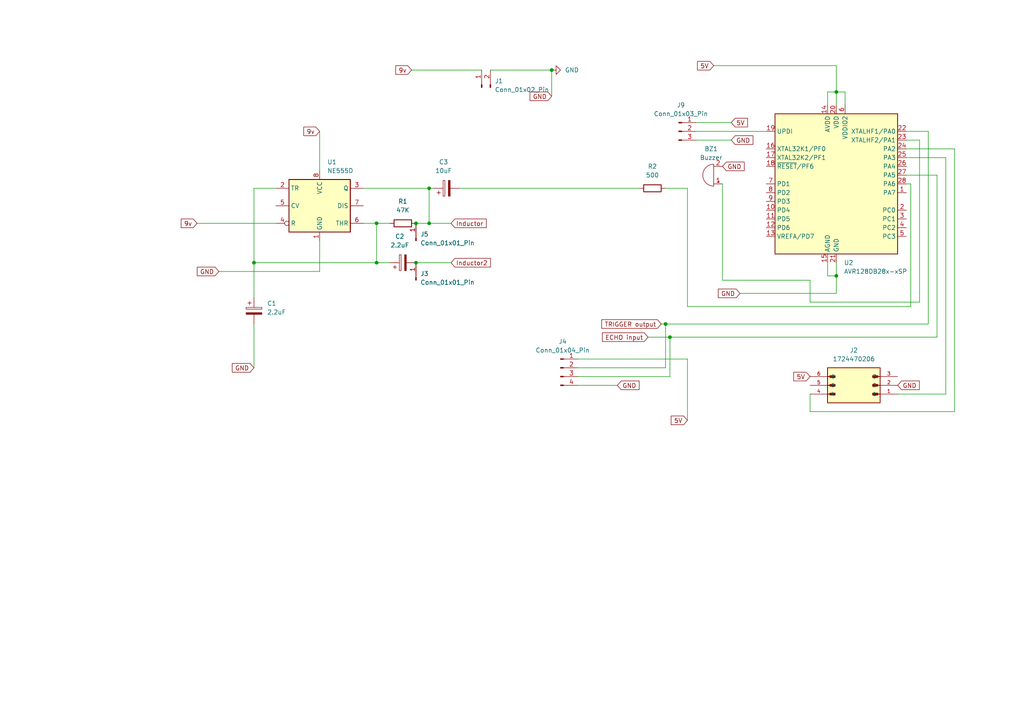
<source format=kicad_sch>
(kicad_sch (version 20231120) (generator "eeschema") (generator_version "8.0")
  (paper "A4")
  (lib_symbols
    (symbol "Connector:Conn_01x01_Pin" (pin_names (offset 1.016) hide)
      (property "Reference" "J" (at 0 2.54 0))
      (property "Value" "Conn_01x01_Pin" (at 0 -2.54 0))
      (symbol "Conn_01x01_Pin_1_1"
        (polyline (pts (xy 1.27 0) (xy 0.8636 0)) (stroke (width 0.1524)))
        (rectangle (start 0.8636 0.127) (end 0 -0.127) (stroke (width 0.1524)) (fill (type outline)))
        (pin passive line (at 5.08 0 180) (length 3.81) (name "Pin_1") (number "1"))
      )
    )
    (symbol "Connector:Conn_01x02_Pin" (pin_names (offset 1.016) hide)
      (property "Reference" "J" (at 0 2.54 0))
      (property "Value" "Conn_01x02_Pin" (at 0 -5.08 0))
      (symbol "Conn_01x02_Pin_1_1"
        (polyline (pts (xy 1.27 -2.54) (xy 0.8636 -2.54)) (stroke (width 0.1524)))
        (polyline (pts (xy 1.27 0) (xy 0.8636 0)) (stroke (width 0.1524)))
        (rectangle (start 0.8636 -2.413) (end 0 -2.667) (stroke (width 0.1524)) (fill (type outline)))
        (rectangle (start 0.8636 0.127) (end 0 -0.127) (stroke (width 0.1524)) (fill (type outline)))
        (pin passive line (at 5.08 0 180) (length 3.81) (name "Pin_1") (number "1"))
        (pin passive line (at 5.08 -2.54 180) (length 3.81) (name "Pin_2") (number "2"))
      )
    )
    (symbol "Connector:Conn_01x03_Pin" (pin_names (offset 1.016) hide)
      (property "Reference" "J" (at 0 5.08 0))
      (property "Value" "Conn_01x03_Pin" (at 0 -5.08 0))
      (symbol "Conn_01x03_Pin_1_1"
        (polyline (pts (xy 1.27 -2.54) (xy 0.8636 -2.54)) (stroke (width 0.1524)))
        (polyline (pts (xy 1.27 0) (xy 0.8636 0)) (stroke (width 0.1524)))
        (polyline (pts (xy 1.27 2.54) (xy 0.8636 2.54)) (stroke (width 0.1524)))
        (rectangle (start 0.8636 -2.413) (end 0 -2.667) (stroke (width 0.1524)) (fill (type outline)))
        (rectangle (start 0.8636 0.127) (end 0 -0.127) (stroke (width 0.1524)) (fill (type outline)))
        (rectangle (start 0.8636 2.667) (end 0 2.413) (stroke (width 0.1524)) (fill (type outline)))
        (pin passive line (at 5.08 2.54 180) (length 3.81) (name "Pin_1") (number "1"))
        (pin passive line (at 5.08 0 180) (length 3.81) (name "Pin_2") (number "2"))
        (pin passive line (at 5.08 -2.54 180) (length 3.81) (name "Pin_3") (number "3"))
      )
    )
    (symbol "Connector:Conn_01x04_Pin" (pin_names (offset 1.016) hide)
      (property "Reference" "J" (at 0 5.08 0))
      (property "Value" "Conn_01x04_Pin" (at 0 -7.62 0))
      (symbol "Conn_01x04_Pin_1_1"
        (polyline (pts (xy 1.27 -5.08) (xy 0.8636 -5.08)) (stroke (width 0.1524)))
        (polyline (pts (xy 1.27 -2.54) (xy 0.8636 -2.54)) (stroke (width 0.1524)))
        (polyline (pts (xy 1.27 0) (xy 0.8636 0)) (stroke (width 0.1524)))
        (polyline (pts (xy 1.27 2.54) (xy 0.8636 2.54)) (stroke (width 0.1524)))
        (rectangle (start 0.8636 -4.953) (end 0 -5.207) (stroke (width 0.1524)) (fill (type outline)))
        (rectangle (start 0.8636 -2.413) (end 0 -2.667) (stroke (width 0.1524)) (fill (type outline)))
        (rectangle (start 0.8636 0.127) (end 0 -0.127) (stroke (width 0.1524)) (fill (type outline)))
        (rectangle (start 0.8636 2.667) (end 0 2.413) (stroke (width 0.1524)) (fill (type outline)))
        (pin passive line (at 5.08 2.54 180) (length 3.81) (name "Pin_1") (number "1"))
        (pin passive line (at 5.08 0 180) (length 3.81) (name "Pin_2") (number "2"))
        (pin passive line (at 5.08 -2.54 180) (length 3.81) (name "Pin_3") (number "3"))
        (pin passive line (at 5.08 -5.08 180) (length 3.81) (name "Pin_4") (number "4"))
      )
    )
    (symbol "Device:Buzzer" (pin_names (offset 0.0254) hide)
      (property "Reference" "BZ" (at 3.81 1.27 0))
      (property "Value" "Buzzer" (at 3.81 -1.27 0))
      (symbol "Buzzer_0_1"
        (arc (start 0 -3.175) (mid 3.1612 0) (end 0 3.175))
        (polyline (pts (xy -1.651 1.905) (xy -1.143 1.905)))
        (polyline (pts (xy -1.397 2.159) (xy -1.397 1.651)))
        (polyline (pts (xy 0 3.175) (xy 0 -3.175)))
      )
      (symbol "Buzzer_1_1"
        (pin passive line (at -2.54 2.54 0) (length 2.54) (name "+") (number "1"))
        (pin passive line (at -2.54 -2.54 0) (length 2.54) (name "-") (number "2"))
      )
    )
    (symbol "Device:C_Polarized" (pin_numbers hide) (pin_names (offset 0.254))
      (property "Reference" "C" (at 0.635 2.54 0))
      (property "Value" "C_Polarized" (at 0.635 -2.54 0))
      (symbol "C_Polarized_0_1"
        (rectangle (start -2.286 0.508) (end 2.286 1.016))
        (polyline (pts (xy -1.778 2.286) (xy -0.762 2.286)))
        (polyline (pts (xy -1.27 2.794) (xy -1.27 1.778)))
        (rectangle (start 2.286 -0.508) (end -2.286 -1.016) (fill (type outline)))
      )
      (symbol "C_Polarized_1_1"
        (pin passive line (at 0 3.81 270) (length 2.794) (name "~") (number "1"))
        (pin passive line (at 0 -3.81 90) (length 2.794) (name "~") (number "2"))
      )
    )
    (symbol "Device:R" (pin_numbers hide) (pin_names (offset 0))
      (property "Reference" "R" (at 2.032 0 90))
      (property "Value" "R" (at 0 0 90))
      (symbol "R_0_1"
        (rectangle (start -1.016 -2.54) (end 1.016 2.54) (stroke (width 0.254)))
      )
      (symbol "R_1_1"
        (pin passive line (at 0 3.81 270) (length 1.27) (name "~") (number "1"))
        (pin passive line (at 0 -3.81 90) (length 1.27) (name "~") (number "2"))
      )
    )
    (symbol "MCU_Microchip_AVR_Dx:AVR128DB28x-xSP"
      (property "Reference" "U" (at -17.78 21.59 0))
      (property "Value" "AVR128DB28x-xSP" (at 2.54 -21.59 0))
      (symbol "AVR128DB28x-xSP_0_1"
        (rectangle (start -17.78 20.32) (end 17.78 -20.32) (stroke (width 0.254)) (fill (type background)))
      )
      (symbol "AVR128DB28x-xSP_1_1"
        (pin bidirectional line (at 20.32 -2.54 180) (length 2.54) (name "PA7") (number "1"))
        (pin bidirectional line (at -20.32 -7.62 0) (length 2.54) (name "PD4") (number "10"))
        (pin bidirectional line (at -20.32 -10.16 0) (length 2.54) (name "PD5") (number "11"))
        (pin bidirectional line (at -20.32 -12.7 0) (length 2.54) (name "PD6") (number "12"))
        (pin bidirectional line (at -20.32 -15.24 0) (length 2.54) (name "VREFA/PD7") (number "13"))
        (pin power_in line (at -2.54 22.86 270) (length 2.54) (name "AVDD") (number "14"))
        (pin power_in line (at -2.54 -22.86 90) (length 2.54) (name "AGND") (number "15"))
        (pin bidirectional line (at -20.32 10.16 0) (length 2.54) (name "XTAL32K1/PF0") (number "16"))
        (pin bidirectional line (at -20.32 7.62 0) (length 2.54) (name "XTAL32K2/PF1") (number "17"))
        (pin bidirectional line (at -20.32 5.08 0) (length 2.54) (name "~{RESET}/PF6") (number "18"))
        (pin input line (at -20.32 15.24 0) (length 2.54) (name "UPDI") (number "19"))
        (pin bidirectional line (at 20.32 -7.62 180) (length 2.54) (name "PC0") (number "2"))
        (pin power_in line (at 0 22.86 270) (length 2.54) (name "VDD") (number "20"))
        (pin power_in line (at 0 -22.86 90) (length 2.54) (name "GND") (number "21"))
        (pin bidirectional line (at 20.32 15.24 180) (length 2.54) (name "XTALHF1/PA0") (number "22"))
        (pin bidirectional line (at 20.32 12.7 180) (length 2.54) (name "XTALHF2/PA1") (number "23"))
        (pin bidirectional line (at 20.32 10.16 180) (length 2.54) (name "PA2") (number "24"))
        (pin bidirectional line (at 20.32 7.62 180) (length 2.54) (name "PA3") (number "25"))
        (pin bidirectional line (at 20.32 5.08 180) (length 2.54) (name "PA4") (number "26"))
        (pin bidirectional line (at 20.32 2.54 180) (length 2.54) (name "PA5") (number "27"))
        (pin bidirectional line (at 20.32 0 180) (length 2.54) (name "PA6") (number "28"))
        (pin bidirectional line (at 20.32 -10.16 180) (length 2.54) (name "PC1") (number "3"))
        (pin bidirectional line (at 20.32 -12.7 180) (length 2.54) (name "PC2") (number "4"))
        (pin bidirectional line (at 20.32 -15.24 180) (length 2.54) (name "PC3") (number "5"))
        (pin power_in line (at 2.54 22.86 270) (length 2.54) (name "VDDIO2") (number "6"))
        (pin bidirectional line (at -20.32 0 0) (length 2.54) (name "PD1") (number "7"))
        (pin bidirectional line (at -20.32 -2.54 0) (length 2.54) (name "PD2") (number "8"))
        (pin bidirectional line (at -20.32 -5.08 0) (length 2.54) (name "PD3") (number "9"))
      )
    )
    (symbol "Molex:1724470206" (pin_names (offset 1.016))
      (property "Reference" "J" (at -7.62 6.35 0))
      (property "Value" "1724470206" (at -7.62 -7.62 0))
      (symbol "1724470206_0_0"
        (rectangle (start -7.62 -5.08) (end 7.62 5.08) (stroke (width 0.254)) (fill (type background)))
        (rectangle (start -6.985 -2.8575) (end -5.3975 -2.2225) (stroke (width 0.1)) (fill (type outline)))
        (rectangle (start -6.985 -0.3175) (end -5.3975 0.3175) (stroke (width 0.1)) (fill (type outline)))
        (rectangle (start -6.985 2.2225) (end -5.3975 2.8575) (stroke (width 0.1)) (fill (type outline)))
        (polyline (pts (xy -7.62 -2.54) (xy -5.715 -2.54)) (stroke (width 0.254)))
        (polyline (pts (xy -7.62 0) (xy -5.715 0)) (stroke (width 0.254)))
        (polyline (pts (xy -7.62 2.54) (xy -5.715 2.54)) (stroke (width 0.254)))
        (polyline (pts (xy 7.62 -2.54) (xy 5.715 -2.54)) (stroke (width 0.254)))
        (polyline (pts (xy 7.62 0) (xy 5.715 0)) (stroke (width 0.254)))
        (polyline (pts (xy 7.62 2.54) (xy 5.715 2.54)) (stroke (width 0.254)))
        (rectangle (start 5.3975 -2.8575) (end 6.985 -2.2225) (stroke (width 0.1)) (fill (type outline)))
        (rectangle (start 5.3975 -0.3175) (end 6.985 0.3175) (stroke (width 0.1)) (fill (type outline)))
        (rectangle (start 5.3975 2.2225) (end 6.985 2.8575) (stroke (width 0.1)) (fill (type outline)))
        (pin passive line (at -12.7 2.54 0) (length 5.08) (name "1") (number "1"))
        (pin passive line (at -12.7 0 0) (length 5.08) (name "2") (number "2"))
        (pin passive line (at -12.7 -2.54 0) (length 5.08) (name "3") (number "3"))
        (pin passive line (at 12.7 2.54 180) (length 5.08) (name "4") (number "4"))
        (pin passive line (at 12.7 0 180) (length 5.08) (name "5") (number "5"))
        (pin passive line (at 12.7 -2.54 180) (length 5.08) (name "6") (number "6"))
      )
    )
    (symbol "Timer:NE555D"
      (property "Reference" "U" (at -10.16 8.89 0))
      (property "Value" "NE555D" (at 2.54 8.89 0))
      (symbol "NE555D_0_0"
        (pin power_in line (at 0 -10.16 90) (length 2.54) (name "GND") (number "1"))
        (pin power_in line (at 0 10.16 270) (length 2.54) (name "VCC") (number "8"))
      )
      (symbol "NE555D_0_1"
        (rectangle (start -8.89 -7.62) (end 8.89 7.62) (stroke (width 0.254)) (fill (type background)))
        (rectangle (start -8.89 -7.62) (end 8.89 7.62) (stroke (width 0.254)) (fill (type background)))
      )
      (symbol "NE555D_1_1"
        (pin input line (at -12.7 5.08 0) (length 3.81) (name "TR") (number "2"))
        (pin output line (at 12.7 5.08 180) (length 3.81) (name "Q") (number "3"))
        (pin input inverted (at -12.7 -5.08 0) (length 3.81) (name "R") (number "4"))
        (pin input line (at -12.7 0 0) (length 3.81) (name "CV") (number "5"))
        (pin input line (at 12.7 -5.08 180) (length 3.81) (name "THR") (number "6"))
        (pin input line (at 12.7 0 180) (length 3.81) (name "DIS") (number "7"))
      )
    )
    (symbol "power:GND" (power) (pin_numbers hide) (pin_names (offset 0) hide)
      (property "Value" "GND" (at 0 -3.81 0))
      (symbol "GND_0_1"
        (polyline (pts (xy 0 0) (xy 0 -1.27) (xy 1.27 -1.27) (xy 0 -2.54) (xy -1.27 -1.27) (xy 0 -1.27)))
      )
      (symbol "GND_1_1"
        (pin power_in line (at 0 0 270) (length 0) (name "~") (number "1"))
      )
    )
  )
  (junction (at 109.22 76.2))
  (junction (at 73.66 76.2))
  (junction (at 242.57 80.01))
  (junction (at 109.22 64.77))
  (junction (at 124.46 54.61))
  (junction (at 120.65 64.77))
  (junction (at 194.31 97.79))
  (junction (at 124.46 64.77))
  (junction (at 193.04 93.98))
  (junction (at 160.02 20.32))
  (junction (at 242.57 26.67))
  (junction (at 120.65 76.2))
  (wire (pts (xy 234.95 81.28) (xy 234.95 87.63)))
  (wire (pts (xy 73.66 76.2) (xy 109.22 76.2)))
  (wire (pts (xy 105.41 54.61) (xy 124.46 54.61)))
  (wire (pts (xy 222.25 38.1) (xy 201.93 38.1)))
  (wire (pts (xy 262.89 45.72) (xy 274.32 45.72)))
  (wire (pts (xy 193.04 54.61) (xy 199.39 54.61)))
  (wire (pts (xy 207.01 19.05) (xy 242.57 19.05)))
  (wire (pts (xy 124.46 54.61) (xy 125.73 54.61)))
  (wire (pts (xy 242.57 30.48) (xy 242.57 26.67)))
  (wire (pts (xy 199.39 104.14) (xy 199.39 121.92)))
  (wire (pts (xy 242.57 76.2) (xy 242.57 80.01)))
  (wire (pts (xy 113.03 76.2) (xy 109.22 76.2)))
  (wire (pts (xy 124.46 64.77) (xy 130.81 64.77)))
  (wire (pts (xy 92.71 69.85) (xy 92.71 78.74)))
  (wire (pts (xy 92.71 49.53) (xy 92.71 38.1)))
  (wire (pts (xy 193.04 106.68) (xy 193.04 93.98)))
  (wire (pts (xy 194.31 97.79) (xy 271.78 97.79)))
  (wire (pts (xy 264.16 53.34) (xy 262.89 53.34)))
  (wire (pts (xy 73.66 54.61) (xy 73.66 76.2)))
  (wire (pts (xy 262.89 43.18) (xy 276.86 43.18)))
  (wire (pts (xy 274.32 114.3) (xy 260.35 114.3)))
  (wire (pts (xy 199.39 88.9) (xy 264.16 88.9)))
  (wire (pts (xy 187.96 97.79) (xy 194.31 97.79)))
  (wire (pts (xy 201.93 35.56) (xy 212.09 35.56)))
  (wire (pts (xy 160.02 20.32) (xy 160.02 27.94)))
  (wire (pts (xy 167.64 106.68) (xy 193.04 106.68)))
  (wire (pts (xy 120.65 76.2) (xy 130.81 76.2)))
  (wire (pts (xy 209.55 81.28) (xy 234.95 81.28)))
  (wire (pts (xy 119.38 20.32) (xy 139.7 20.32)))
  (wire (pts (xy 57.15 64.77) (xy 80.01 64.77)))
  (wire (pts (xy 245.11 26.67) (xy 242.57 26.67)))
  (wire (pts (xy 73.66 93.98) (xy 73.66 106.68)))
  (wire (pts (xy 109.22 76.2) (xy 109.22 64.77)))
  (wire (pts (xy 142.24 20.32) (xy 160.02 20.32)))
  (wire (pts (xy 133.35 54.61) (xy 185.42 54.61)))
  (wire (pts (xy 240.03 26.67) (xy 242.57 26.67)))
  (wire (pts (xy 240.03 80.01) (xy 242.57 80.01)))
  (wire (pts (xy 191.77 93.98) (xy 193.04 93.98)))
  (wire (pts (xy 167.64 109.22) (xy 194.31 109.22)))
  (wire (pts (xy 242.57 26.67) (xy 242.57 19.05)))
  (wire (pts (xy 63.5 78.74) (xy 92.71 78.74)))
  (wire (pts (xy 193.04 93.98) (xy 269.24 93.98)))
  (wire (pts (xy 80.01 54.61) (xy 73.66 54.61)))
  (wire (pts (xy 201.93 40.64) (xy 212.09 40.64)))
  (wire (pts (xy 266.7 40.64) (xy 262.89 40.64)))
  (wire (pts (xy 271.78 50.8) (xy 271.78 97.79)))
  (wire (pts (xy 266.7 87.63) (xy 266.7 40.64)))
  (wire (pts (xy 214.63 85.09) (xy 242.57 85.09)))
  (wire (pts (xy 109.22 64.77) (xy 113.03 64.77)))
  (wire (pts (xy 234.95 119.38) (xy 234.95 114.3)))
  (wire (pts (xy 276.86 43.18) (xy 276.86 119.38)))
  (wire (pts (xy 240.03 30.48) (xy 240.03 26.67)))
  (wire (pts (xy 264.16 53.34) (xy 264.16 88.9)))
  (wire (pts (xy 269.24 38.1) (xy 269.24 93.98)))
  (wire (pts (xy 73.66 76.2) (xy 73.66 86.36)))
  (wire (pts (xy 105.41 64.77) (xy 109.22 64.77)))
  (wire (pts (xy 245.11 30.48) (xy 245.11 26.67)))
  (wire (pts (xy 240.03 76.2) (xy 240.03 80.01)))
  (wire (pts (xy 167.64 111.76) (xy 179.07 111.76)))
  (wire (pts (xy 262.89 50.8) (xy 271.78 50.8)))
  (wire (pts (xy 269.24 38.1) (xy 262.89 38.1)))
  (wire (pts (xy 199.39 54.61) (xy 199.39 88.9)))
  (wire (pts (xy 276.86 119.38) (xy 234.95 119.38)))
  (wire (pts (xy 234.95 87.63) (xy 266.7 87.63)))
  (wire (pts (xy 167.64 104.14) (xy 199.39 104.14)))
  (wire (pts (xy 209.55 53.34) (xy 209.55 81.28)))
  (wire (pts (xy 120.65 64.77) (xy 124.46 64.77)))
  (wire (pts (xy 194.31 109.22) (xy 194.31 97.79)))
  (wire (pts (xy 124.46 64.77) (xy 124.46 54.61)))
  (wire (pts (xy 242.57 80.01) (xy 242.57 85.09)))
  (wire (pts (xy 274.32 45.72) (xy 274.32 114.3)))
  (global_label "GND" (shape input) (at 179.07 111.76 0) (property "Intersheetrefs" "${INTERSHEET_REFS}" (effects (hide yes))))
  (global_label "9v" (shape input) (at 92.71 38.1 180) (property "Intersheetrefs" "${INTERSHEET_REFS}" (effects (hide yes))))
  (global_label "5V" (shape input) (at 199.39 121.92 180) (property "Intersheetrefs" "${INTERSHEET_REFS}" (effects (hide yes))))
  (global_label "Inductor2" (shape input) (at 130.81 76.2 0) (property "Intersheetrefs" "${INTERSHEET_REFS}" (effects (hide yes))))
  (global_label "TRIGGER output" (shape input) (at 191.77 93.98 180) (property "Intersheetrefs" "${INTERSHEET_REFS}" (effects (hide yes))))
  (global_label "Inductor" (shape input) (at 130.81 64.77 0) (property "Intersheetrefs" "${INTERSHEET_REFS}" (effects (hide yes))))
  (global_label "GND" (shape input) (at 63.5 78.74 180) (property "Intersheetrefs" "${INTERSHEET_REFS}" (effects (hide yes))))
  (global_label "GND" (shape input) (at 214.63 85.09 180) (property "Intersheetrefs" "${INTERSHEET_REFS}" (effects (hide yes))))
  (global_label "GND" (shape input) (at 73.66 106.68 180) (property "Intersheetrefs" "${INTERSHEET_REFS}" (effects (hide yes))))
  (global_label "GND" (shape input) (at 212.09 40.64 0) (property "Intersheetrefs" "${INTERSHEET_REFS}" (effects (hide yes))))
  (global_label "ECHO input" (shape input) (at 187.96 97.79 180) (property "Intersheetrefs" "${INTERSHEET_REFS}" (effects (hide yes))))
  (global_label "GND" (shape input) (at 260.35 111.76 0) (property "Intersheetrefs" "${INTERSHEET_REFS}" (effects (hide yes))))
  (global_label "GND" (shape input) (at 160.02 27.94 180) (property "Intersheetrefs" "${INTERSHEET_REFS}" (effects (hide yes))))
  (global_label "9v" (shape input) (at 57.15 64.77 180) (property "Intersheetrefs" "${INTERSHEET_REFS}" (effects (hide yes))))
  (global_label "GND" (shape input) (at 209.55 48.26 0) (property "Intersheetrefs" "${INTERSHEET_REFS}" (effects (hide yes))))
  (global_label "9v" (shape input) (at 119.38 20.32 180) (property "Intersheetrefs" "${INTERSHEET_REFS}" (effects (hide yes))))
  (global_label "5V" (shape input) (at 234.95 109.22 180) (property "Intersheetrefs" "${INTERSHEET_REFS}" (effects (hide yes))))
  (global_label "5V" (shape input) (at 212.09 35.56 0) (property "Intersheetrefs" "${INTERSHEET_REFS}" (effects (hide yes))))
  (global_label "5V" (shape input) (at 207.01 19.05 180) (property "Intersheetrefs" "${INTERSHEET_REFS}" (effects (hide yes))))
  (symbol (lib_id "Device:R") (at 116.84 64.77 90) (unit 1)
    (property "Reference" "R1" (at 116.84 58.42 90))
    (property "Value" "47K" (at 116.84 60.96 90))
    (property "Footprint" "Resistor_THT:R_Axial_DIN0309_L9.0mm_D3.2mm_P12.70mm_Horizontal" (effects (hide yes)))
    (property "Description" "Resistor" (effects (hide yes)))
  )
  (symbol (lib_id "Connector:Conn_01x01_Pin") (at 120.65 81.28 90) (unit 1)
    (property "Reference" "J3" (at 121.92 79.3749 90) (effects (justify right)))
    (property "Value" "Conn_01x01_Pin" (at 121.92 81.9149 90) (effects (justify right)))
    (property "Footprint" "Connector_PinSocket_2.54mm:PinSocket_1x01_P2.54mm_Vertical" (effects (hide yes)))
    (property "Description" "Generic connector, single row, 01x01, script generated" (effects (hide yes)))
  )
  (symbol (lib_id "power:GND") (at 160.02 20.32 90) (unit 1)
    (property "Reference" "#PWR01" (effects (hide yes)))
    (property "Value" "GND" (at 163.83 20.3199 90) (effects (justify right)))
    (property "Description" "Power symbol creates a global label with name \"GND\" , ground" (effects (hide yes)))
  )
  (symbol (lib_id "Timer:NE555D") (at 92.71 59.69 0) (unit 1)
    (property "Reference" "U1" (at 94.9041 46.99 0) (effects (justify left)))
    (property "Value" "NE555D" (at 94.9041 49.53 0) (effects (justify left)))
    (property "Footprint" "555:P8" (effects (hide yes)))
    (property "Datasheet" "http://www.ti.com/lit/ds/symlink/ne555.pdf" (effects (hide yes)))
    (property "Description" "Precision Timers, 555 compatible, SOIC-8" (effects (hide yes)))
  )
  (symbol (lib_id "Device:Buzzer") (at 207.01 50.8 180) (unit 1)
    (property "Reference" "BZ1" (at 206.2549 43.18 0))
    (property "Value" "Buzzer" (at 206.2549 45.72 0))
    (property "Footprint" "Buzzer_Beeper:Buzzer_TDK_PS1240P02BT_D12.2mm_H6.5mm" (effects (hide yes)))
    (property "Description" "Buzzer, polarized" (effects (hide yes)))
  )
  (symbol (lib_id "Connector:Conn_01x04_Pin") (at 162.56 106.68 0) (unit 1)
    (property "Reference" "J4" (at 163.195 99.06 0))
    (property "Value" "Conn_01x04_Pin" (at 163.195 101.6 0))
    (property "Footprint" "Connector_PinHeader_2.54mm:PinHeader_1x04_P2.54mm_Vertical" (effects (hide yes)))
    (property "Description" "Generic connector, single row, 01x04, script generated" (effects (hide yes)))
  )
  (symbol (lib_id "Molex:1724470206") (at 247.65 111.76 180) (unit 1)
    (property "Reference" "J2" (at 247.65 101.6 0))
    (property "Value" "1724470206" (at 247.65 104.14 0))
    (property "Footprint" "Molex:MOLEX_1724470206" (effects (hide yes)))
    (property "MF" "Molex" (effects (hide yes)))
    (property "MAXIMUM_PACKAGE_HEIGHT" "12.80mm" (effects (hide yes)))
    (property "Package" "None" (effects (hide yes)))
    (property "Price" "None" (effects (hide yes)))
    (property "Check_prices" "https://www.snapeda.com/parts/1724470206/Molex/view-part/?ref=eda" (effects (hide yes)))
    (property "STANDARD" "Manufacturer Recommendations" (effects (hide yes)))
    (property "PARTREV" "A6" (effects (hide yes)))
    (property "SnapEDA_Link" "https://www.snapeda.com/parts/1724470206/Molex/view-part/?ref=snap" (effects (hide yes)))
    (property "MP" "1724470206" (effects (hide yes)))
    (property "Description_1" "\n                        \n                            Conn Wire to Board HDR 6 POS 4.2mm Solder ST Thru-Hole Mini-Fit Jr™ Tray\n                        \n" (effects (hide yes)))
    (property "Availability" "In Stock" (effects (hide yes)))
    (property "MANUFACTURER" "Molex" (effects (hide yes)))
  )
  (symbol (lib_id "Device:R") (at 189.23 54.61 90) (unit 1)
    (property "Reference" "R2" (at 189.23 48.26 90))
    (property "Value" "500" (at 189.23 50.8 90))
    (property "Footprint" "Resistor_THT:R_Axial_DIN0309_L9.0mm_D3.2mm_P12.70mm_Horizontal" (effects (hide yes)))
    (property "Description" "Resistor" (effects (hide yes)))
  )
  (symbol (lib_id "Connector:Conn_01x03_Pin") (at 196.85 38.1 0) (unit 1)
    (property "Reference" "J9" (at 197.485 30.48 0))
    (property "Value" "Conn_01x03_Pin" (at 197.485 33.02 0))
    (property "Footprint" "Connector_PinHeader_2.54mm:PinHeader_1x03_P2.54mm_Vertical" (effects (hide yes)))
    (property "Description" "Generic connector, single row, 01x03, script generated" (effects (hide yes)))
  )
  (symbol (lib_id "Device:C_Polarized") (at 116.84 76.2 90) (unit 1)
    (property "Reference" "C2" (at 115.951 68.58 90))
    (property "Value" "2.2uF" (at 115.951 71.12 90))
    (property "Footprint" "Capacitor_THT:CP_Radial_D8.0mm_P2.50mm" (effects (hide yes)))
    (property "Description" "Polarized capacitor" (effects (hide yes)))
  )
  (symbol (lib_id "MCU_Microchip_AVR_Dx:AVR128DB28x-xSP") (at 242.57 53.34 0) (unit 1)
    (property "Reference" "U2" (at 244.7641 76.2 0) (effects (justify left)))
    (property "Value" "AVR128DB28x-xSP" (at 244.7641 78.74 0) (effects (justify left)))
    (property "Footprint" "AVR28DB28-I/SP:SPDIP28_SP_MCH" (effects (hide yes)))
    (property "Datasheet" "https://ww1.microchip.com/downloads/en/DeviceDoc/AVR128DB28-32-48-64-DataSheet-DS40002247A.pdf" (effects (hide yes)))
    (property "Description" "24MHz, 128kB Flash, 16kB SRAM, EEPROM with Op Amps and Multi-Voltage I/O, SPDIP-28" (effects (hide yes)))
  )
  (symbol (lib_id "Device:C_Polarized") (at 129.54 54.61 90) (unit 1)
    (property "Reference" "C3" (at 128.651 46.99 90))
    (property "Value" "10uF" (at 128.651 49.53 90))
    (property "Footprint" "Capacitor_THT:CP_Radial_D8.0mm_P2.50mm" (effects (hide yes)))
    (property "Description" "Polarized capacitor" (effects (hide yes)))
  )
  (symbol (lib_id "Connector:Conn_01x01_Pin") (at 120.65 69.85 90) (unit 1)
    (property "Reference" "J5" (at 121.92 67.9449 90) (effects (justify right)))
    (property "Value" "Conn_01x01_Pin" (at 121.92 70.4849 90) (effects (justify right)))
    (property "Footprint" "Connector_PinSocket_2.54mm:PinSocket_1x01_P2.54mm_Vertical" (effects (hide yes)))
    (property "Description" "Generic connector, single row, 01x01, script generated" (effects (hide yes)))
  )
  (symbol (lib_id "Device:C_Polarized") (at 73.66 90.17 0) (unit 1)
    (property "Reference" "C1" (at 77.47 88.0109 0) (effects (justify left)))
    (property "Value" "2.2uF" (at 77.47 90.5509 0) (effects (justify left)))
    (property "Footprint" "Capacitor_THT:CP_Radial_D8.0mm_P2.50mm" (effects (hide yes)))
    (property "Description" "Polarized capacitor" (effects (hide yes)))
  )
  (symbol (lib_id "Connector:Conn_01x02_Pin") (at 139.7 25.4 90) (unit 1)
    (property "Reference" "J1" (at 143.51 23.4949 90) (effects (justify right)))
    (property "Value" "Conn_01x02_Pin" (at 143.51 26.0349 90) (effects (justify right)))
    (property "Footprint" "Connector_PinHeader_2.54mm:PinHeader_2x01_P2.54mm_Vertical" (effects (hide yes)))
    (property "Description" "Generic connector, single row, 01x02, script generated" (effects (hide yes)))
  )
)
</source>
